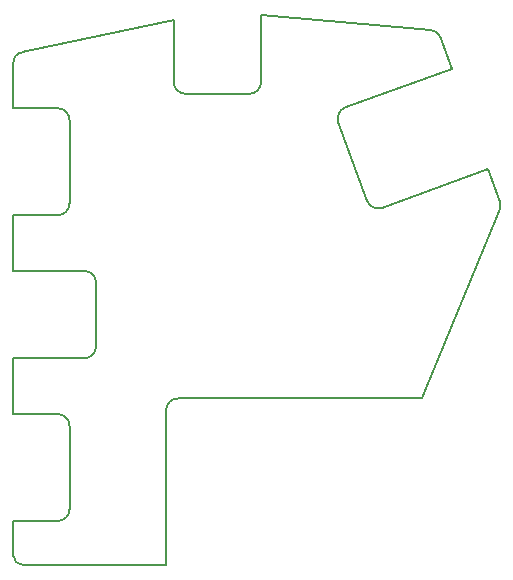
<source format=gbr>
%TF.GenerationSoftware,KiCad,Pcbnew,5.1.6-c6e7f7d~86~ubuntu18.04.1*%
%TF.CreationDate,2021-04-26T01:39:18-07:00*%
%TF.ProjectId,thumb_cluster_right,7468756d-625f-4636-9c75-737465725f72,rev?*%
%TF.SameCoordinates,Original*%
%TF.FileFunction,Profile,NP*%
%FSLAX46Y46*%
G04 Gerber Fmt 4.6, Leading zero omitted, Abs format (unit mm)*
G04 Created by KiCad (PCBNEW 5.1.6-c6e7f7d~86~ubuntu18.04.1) date 2021-04-26 01:39:18*
%MOMM*%
%LPD*%
G01*
G04 APERTURE LIST*
%TA.AperFunction,Profile*%
%ADD10C,0.200000*%
%TD*%
G04 APERTURE END LIST*
D10*
X130224999Y-78074999D02*
G75*
G02*
X129225000Y-79074998I-999999J0D01*
G01*
X130225000Y-71024999D02*
X130225000Y-78074999D01*
X129224999Y-70025000D02*
G75*
G02*
X130225000Y-71024999I1J-1000000D01*
G01*
X125475000Y-70024999D02*
X129225000Y-70024999D01*
X125475000Y-67100390D02*
X125475000Y-70024999D01*
X125478610Y-66175919D02*
X125475000Y-67100390D01*
X125478609Y-66175918D02*
G75*
G02*
X126212558Y-65302440I796390J75919D01*
G01*
X139050000Y-62524504D02*
X126212558Y-65302440D01*
X139050000Y-67800000D02*
X139050000Y-62524504D01*
X140050000Y-68800000D02*
G75*
G02*
X139050000Y-67800000I0J1000000D01*
G01*
X145450000Y-68800000D02*
X140050000Y-68800000D01*
X146450000Y-67800000D02*
G75*
G02*
X145450000Y-68800000I-1000000J0D01*
G01*
X146450000Y-62118895D02*
X146450000Y-67800000D01*
X160811672Y-63406626D02*
X146450000Y-62118895D01*
X160811672Y-63406626D02*
G75*
G02*
X161568014Y-63932997I4588J-799987D01*
G01*
X162568423Y-66681598D02*
X161568014Y-63932997D01*
X153594358Y-69947890D02*
X162568423Y-66681598D01*
X152996685Y-71229603D02*
G75*
G02*
X153594358Y-69947890I939693J342020D01*
G01*
X155407928Y-77854436D02*
X152996686Y-71229603D01*
X156689640Y-78452110D02*
G75*
G02*
X155407928Y-77854436I-342019J939693D01*
G01*
X165663705Y-75185816D02*
X156689641Y-78452109D01*
X166664114Y-77934417D02*
X165663705Y-75185816D01*
X166664114Y-77934417D02*
G75*
G02*
X166635469Y-78550251I-751754J-273616D01*
G01*
X160073735Y-94600000D02*
X166635469Y-78550251D01*
X139400000Y-94600000D02*
X160073735Y-94600000D01*
X138400000Y-95600000D02*
G75*
G02*
X139400000Y-94600000I1000000J0D01*
G01*
X138400000Y-108693369D02*
X138400000Y-95600000D01*
X126275106Y-108697918D02*
X138400000Y-108693369D01*
X126275105Y-108697917D02*
G75*
G02*
X125475000Y-107897918I-106J799999D01*
G01*
X125475000Y-104972918D02*
X125475000Y-107897918D01*
X129225000Y-104972918D02*
X125475000Y-104972918D01*
X130225000Y-103972918D02*
G75*
G02*
X129225000Y-104972918I-1000000J0D01*
G01*
X130224999Y-96922918D02*
X130224999Y-103972918D01*
X129225000Y-95922919D02*
G75*
G02*
X130224999Y-96922918I0J-999999D01*
G01*
X125475000Y-95922918D02*
X129225000Y-95922918D01*
X125475000Y-91198959D02*
X125475000Y-95922918D01*
X131475001Y-91198959D02*
X125475000Y-91198959D01*
X132475000Y-90198958D02*
G75*
G02*
X131475001Y-91198959I-1000000J-1D01*
G01*
X132475000Y-84798959D02*
X132475000Y-90198959D01*
X131475000Y-83798959D02*
G75*
G02*
X132475000Y-84798959I0J-1000000D01*
G01*
X125475000Y-83798959D02*
X131475000Y-83798959D01*
X125475000Y-79074999D02*
X125475000Y-83798959D01*
X129225000Y-79074998D02*
X125475000Y-79074999D01*
M02*

</source>
